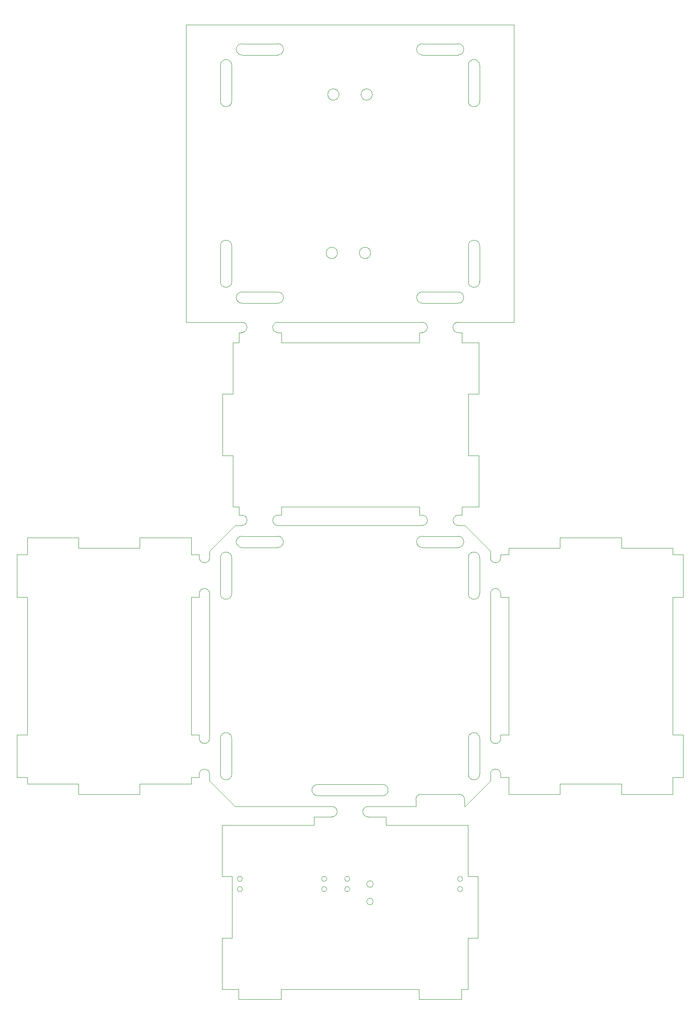
<source format=gm1>
G04 #@! TF.GenerationSoftware,KiCad,Pcbnew,(6.0.9)*
G04 #@! TF.CreationDate,2023-04-21T13:17:05-03:00*
G04 #@! TF.ProjectId,PANEL-COMPLETE,50414e45-4c2d-4434-9f4d-504c4554452e,Rev 3*
G04 #@! TF.SameCoordinates,Original*
G04 #@! TF.FileFunction,Profile,NP*
%FSLAX46Y46*%
G04 Gerber Fmt 4.6, Leading zero omitted, Abs format (unit mm)*
G04 Created by KiCad (PCBNEW (6.0.9)) date 2023-04-21 13:17:05*
%MOMM*%
%LPD*%
G01*
G04 APERTURE LIST*
G04 #@! TA.AperFunction,Profile*
%ADD10C,0.100000*%
G04 #@! TD*
G04 #@! TA.AperFunction,Profile*
%ADD11C,0.120000*%
G04 #@! TD*
G04 APERTURE END LIST*
D10*
X180898325Y-95539200D02*
G75*
G03*
X178698325Y-95539200I-1100000J0D01*
G01*
X226348275Y-203462925D02*
G75*
G03*
X225348325Y-202462925I-999975J25D01*
G01*
X226398325Y-150062725D02*
X225120772Y-150062725D01*
X180898325Y-191562725D02*
G75*
G03*
X178698325Y-191562725I-1100000J0D01*
G01*
X229298325Y-95539200D02*
X229298325Y-102539200D01*
X162975175Y-154462725D02*
X150975175Y-154462725D01*
X216848325Y-204862925D02*
X216848325Y-203462925D01*
X176598325Y-199862725D02*
X176598325Y-198578581D01*
X267008325Y-202462725D02*
X267008325Y-199212725D01*
X226998325Y-218462725D02*
X228998325Y-218462725D01*
X229109800Y-146452525D02*
X229109800Y-136452525D01*
X207498289Y-206862725D02*
X210998325Y-206862725D01*
X182248325Y-240462725D02*
X182248325Y-242462725D01*
X196998325Y-206862725D02*
X200498361Y-206862725D01*
X171998325Y-52439200D02*
X235998325Y-52439200D01*
X225098325Y-106739200D02*
X218098325Y-106739200D01*
X171998325Y-110439200D02*
X171998325Y-52439200D01*
X218095000Y-112452525D02*
X217559800Y-112452525D01*
X225998325Y-218962725D02*
G75*
G03*
X225998325Y-218962725I-500000J0D01*
G01*
X233408325Y-164012725D02*
X235008325Y-164012725D01*
X226398325Y-204862725D02*
X231398325Y-199862725D01*
X225098325Y-106739200D02*
G75*
G03*
X225098325Y-104539200I-25J1100000D01*
G01*
X267008325Y-155712725D02*
X267008325Y-154462725D01*
X233408325Y-199212725D02*
X235008325Y-199212725D01*
X226398325Y-204862725D02*
X226348325Y-204862925D01*
X233408325Y-155712725D02*
X235008325Y-155712725D01*
X197648325Y-200562675D02*
G75*
G03*
X197648325Y-202762725I-25J-1100025D01*
G01*
X227098325Y-191562725D02*
X227098325Y-198562725D01*
X227109800Y-124452525D02*
X229109800Y-124452525D01*
X231398325Y-156346583D02*
X231398325Y-155062725D01*
X182889500Y-148052525D02*
X182359800Y-148052525D01*
X174575175Y-199212725D02*
X172975175Y-199212725D01*
X228998325Y-218462725D02*
X228998325Y-230462725D01*
X180898325Y-60339200D02*
G75*
G03*
X178698325Y-60339200I-1100000J0D01*
G01*
X190659800Y-148052525D02*
X189906350Y-148052525D01*
X182890588Y-112452525D02*
X182359800Y-112452525D01*
X225061486Y-110439279D02*
G75*
G03*
X225163041Y-112452525I50814J-1006621D01*
G01*
X225098325Y-58339200D02*
G75*
G03*
X225098325Y-56139200I-25J1100000D01*
G01*
X190548325Y-240462725D02*
X190548325Y-242462725D01*
X225859800Y-148052525D02*
X225859800Y-146452525D01*
X229298325Y-156362725D02*
G75*
G03*
X227098325Y-156362725I-1100000J0D01*
G01*
X233408347Y-163388868D02*
G75*
G03*
X231398325Y-163363200I-1004847J25668D01*
G01*
X178698325Y-191562725D02*
X178698325Y-198562725D01*
X235008325Y-199212725D02*
X235008325Y-202462725D01*
X225113650Y-148052475D02*
G75*
G03*
X225120772Y-150062725I3550J-1005125D01*
G01*
X229298325Y-95539200D02*
G75*
G03*
X227098325Y-95539200I-1100000J0D01*
G01*
X140975175Y-190912725D02*
X138975175Y-190912725D01*
X233408325Y-191566800D02*
X233408325Y-190912725D01*
X140975175Y-164012725D02*
X140975175Y-190912725D01*
X150975175Y-200462725D02*
X150975175Y-202462725D01*
X231398325Y-199862725D02*
X231398325Y-198558650D01*
X267008325Y-154462725D02*
X257008325Y-154462725D01*
X182880552Y-110439200D02*
X171998325Y-110439200D01*
X176598325Y-163383882D02*
G75*
G03*
X174575175Y-163383882I-1011575J0D01*
G01*
X174575225Y-156341568D02*
G75*
G03*
X176598325Y-156331568I1011575J-32D01*
G01*
X196998325Y-206862725D02*
X196998325Y-208462725D01*
X162975175Y-202462725D02*
X162975175Y-200462725D01*
X227098325Y-67339200D02*
G75*
G03*
X229298325Y-67339200I1100000J0D01*
G01*
X182248325Y-240462725D02*
X178998325Y-240462725D01*
X267008325Y-155712725D02*
X269008325Y-155712725D01*
X182898325Y-104539200D02*
G75*
G03*
X182898325Y-106739200I-25J-1100000D01*
G01*
X174575175Y-190912725D02*
X172975175Y-190912725D01*
X162975175Y-200462725D02*
X172975175Y-200462725D01*
X190659800Y-146452525D02*
X217559800Y-146452525D01*
X229109800Y-114452525D02*
X225859800Y-114452525D01*
X229298325Y-163362725D02*
X229298325Y-156362725D01*
X218093900Y-150062725D02*
X189916350Y-150062725D01*
X178998325Y-208462725D02*
X196998325Y-208462725D01*
X178698325Y-163362725D02*
G75*
G03*
X180898325Y-163362725I1100000J0D01*
G01*
X172975175Y-200462725D02*
X172975175Y-199212725D01*
X210998325Y-206862725D02*
X210998325Y-208462725D01*
X203954000Y-220962725D02*
G75*
G03*
X203954000Y-220962725I-500000J0D01*
G01*
X269008325Y-199212725D02*
X269008325Y-190912725D01*
X218095000Y-112452600D02*
G75*
G03*
X218095000Y-110439200I0J1006700D01*
G01*
X203954000Y-218962725D02*
G75*
G03*
X203954000Y-218962725I-500000J0D01*
G01*
X174575175Y-190912725D02*
X174575175Y-191566764D01*
X182898325Y-154362725D02*
X189898325Y-154362725D01*
X179109800Y-124452525D02*
X179109800Y-136452525D01*
X140975175Y-199212725D02*
X138975175Y-199212725D01*
X231398325Y-191558650D02*
X231398325Y-163363200D01*
X218098325Y-56139200D02*
X225098325Y-56139200D01*
X189906350Y-148052474D02*
G75*
G03*
X189916350Y-150062725I4950J-1005126D01*
G01*
X229298325Y-198562725D02*
X229298325Y-191562725D01*
X179109800Y-136452525D02*
X181109800Y-136452525D01*
X180998325Y-218462725D02*
X178998325Y-218462725D01*
X235008325Y-164012725D02*
X235008325Y-190912725D01*
X180898325Y-95539200D02*
X180898325Y-102539200D01*
X235008325Y-202462725D02*
X245008325Y-202462725D01*
X180998325Y-218462725D02*
X180998325Y-230462725D01*
X226998325Y-240462725D02*
X225748325Y-240462725D01*
X172975175Y-152462725D02*
X162975175Y-152462725D01*
X225859800Y-146452525D02*
X229109800Y-146452525D01*
X225098325Y-58339200D02*
X218098325Y-58339200D01*
X267008325Y-190912725D02*
X267008325Y-164012725D01*
X210348325Y-202762675D02*
G75*
G03*
X210348325Y-200562725I-25J1099975D01*
G01*
X217559800Y-114452525D02*
X190659800Y-114452525D01*
X174575175Y-163383882D02*
X174575175Y-164012725D01*
X181598325Y-150062725D02*
X176598325Y-155062725D01*
X180898325Y-163362725D02*
X180898325Y-156362725D01*
X176598325Y-191535711D02*
X176598325Y-163383882D01*
X200498361Y-206862675D02*
G75*
G03*
X200498361Y-204862925I39J999875D01*
G01*
X190548325Y-242462725D02*
X182248325Y-242462725D01*
X225859800Y-114452525D02*
X225859800Y-112452525D01*
X229298325Y-60339200D02*
X229298325Y-67339200D01*
X199458200Y-218962725D02*
G75*
G03*
X199458200Y-218962725I-500000J0D01*
G01*
X225348325Y-202462925D02*
X217848325Y-202462925D01*
X178698325Y-67339200D02*
X178698325Y-60339200D01*
X225098325Y-154362675D02*
G75*
G03*
X225098325Y-152162725I-25J1099975D01*
G01*
X182998325Y-220962725D02*
G75*
G03*
X182998325Y-220962725I-500000J0D01*
G01*
X138975175Y-155712725D02*
X138975175Y-164012725D01*
X174575175Y-198558686D02*
X174575175Y-199212725D01*
X267008325Y-199212725D02*
X269008325Y-199212725D01*
X229298325Y-191562725D02*
G75*
G03*
X227098325Y-191562725I-1100000J0D01*
G01*
X218098325Y-56139200D02*
G75*
G03*
X218098325Y-58339200I-25J-1100000D01*
G01*
X229109800Y-124452525D02*
X229109800Y-114452525D01*
X181109800Y-124452525D02*
X179109800Y-124452525D01*
X217848325Y-202462925D02*
G75*
G03*
X216848325Y-203462925I-25J-999975D01*
G01*
X227098325Y-102539200D02*
X227098325Y-95539200D01*
X217448325Y-240462725D02*
X190548325Y-240462725D01*
X235998325Y-110439200D02*
X225061482Y-110439200D01*
X207498361Y-204862875D02*
G75*
G03*
X207498289Y-206862725I39J-999925D01*
G01*
X182359800Y-148052525D02*
X182359800Y-146452525D01*
X174575175Y-155712725D02*
X172975175Y-155712725D01*
X174575175Y-155712725D02*
X174575175Y-156341568D01*
X245008325Y-154462725D02*
X235008325Y-154462725D01*
X150975175Y-152462725D02*
X140975175Y-152462725D01*
X180898325Y-156362725D02*
G75*
G03*
X178698325Y-156362725I-1100000J0D01*
G01*
X197648325Y-202762725D02*
X210348325Y-202762725D01*
X233408325Y-190912725D02*
X235008325Y-190912725D01*
X199458200Y-220962725D02*
G75*
G03*
X199458200Y-220962725I-500000J0D01*
G01*
X189898325Y-154362675D02*
G75*
G03*
X189898325Y-152162725I-25J1099975D01*
G01*
X267008325Y-164012725D02*
X269008325Y-164012725D01*
X182890588Y-112452601D02*
G75*
G03*
X182880552Y-110439200I-4988J1006701D01*
G01*
X178698325Y-198562725D02*
G75*
G03*
X180898325Y-198562725I1100000J0D01*
G01*
X257008325Y-200462725D02*
X257008325Y-202462725D01*
X180898325Y-198562725D02*
X180898325Y-191562725D01*
X182998325Y-218962725D02*
G75*
G03*
X182998325Y-218962725I-500000J0D01*
G01*
X229109800Y-136452525D02*
X227109800Y-136452525D01*
X182889500Y-150062675D02*
G75*
G03*
X182889500Y-148052525I0J1005075D01*
G01*
X227098325Y-102539200D02*
G75*
G03*
X229298325Y-102539200I1100000J0D01*
G01*
X140975175Y-199212725D02*
X140975175Y-200462725D01*
X235008325Y-154462725D02*
X235008325Y-155712725D01*
X227098325Y-156362725D02*
X227098325Y-163362725D01*
X218098325Y-104539200D02*
X225098325Y-104539200D01*
X218093900Y-150062675D02*
G75*
G03*
X218093900Y-148052525I0J1005075D01*
G01*
X178998325Y-218462725D02*
X178998325Y-208462725D01*
X217559800Y-114452525D02*
X217559800Y-112452525D01*
X174575175Y-164012725D02*
X172975175Y-164012725D01*
X245008325Y-152462725D02*
X245008325Y-154462725D01*
X231398325Y-155062725D02*
X226398325Y-150062725D01*
X178698325Y-67339200D02*
G75*
G03*
X180898325Y-67339200I1100000J0D01*
G01*
X174575194Y-191566764D02*
G75*
G03*
X176598325Y-191535711I1011806J-136D01*
G01*
X183700000Y-204862925D02*
X181598325Y-204862725D01*
X210998325Y-208462725D02*
X226998325Y-208462725D01*
X182898325Y-152162675D02*
G75*
G03*
X182898325Y-154362725I-25J-1100025D01*
G01*
X226998325Y-208462725D02*
X226998325Y-218462725D01*
X269008325Y-164012725D02*
X269008325Y-155712725D01*
X182898325Y-56139200D02*
X189898325Y-56139200D01*
X189898325Y-152162725D02*
X182898325Y-152162725D01*
X245008325Y-202462725D02*
X245008325Y-200462725D01*
X189898325Y-58339200D02*
X182898325Y-58339200D01*
X217448325Y-240462725D02*
X217448325Y-242462725D01*
X235998325Y-52439200D02*
X235998325Y-110439200D01*
X172975175Y-190912725D02*
X172975175Y-164012725D01*
X225998325Y-220962725D02*
G75*
G03*
X225998325Y-220962725I-500000J0D01*
G01*
X182898325Y-56139200D02*
G75*
G03*
X182898325Y-58339200I-25J-1100000D01*
G01*
X182898325Y-104539200D02*
X189898325Y-104539200D01*
X216848325Y-204862925D02*
X207498361Y-204862925D01*
X267008325Y-190912725D02*
X269008325Y-190912725D01*
X189898325Y-106739200D02*
G75*
G03*
X189898325Y-104539200I-25J1100000D01*
G01*
X225098325Y-152162725D02*
X218098325Y-152162725D01*
X182359800Y-114452525D02*
X182359800Y-112452525D01*
X181109800Y-146452525D02*
X182359800Y-146452525D01*
X218093900Y-148052525D02*
X217559800Y-148052525D01*
X150975175Y-154462725D02*
X150975175Y-152462725D01*
X178698325Y-102539200D02*
X178698325Y-95539200D01*
X217559800Y-148052525D02*
X217559800Y-146452525D01*
X182359800Y-114452525D02*
X181109800Y-114452525D01*
X178698325Y-102539200D02*
G75*
G03*
X180898325Y-102539200I1100000J0D01*
G01*
X200498361Y-204862925D02*
X183700000Y-204862925D01*
X172975175Y-155712725D02*
X172975175Y-152462725D01*
X225748325Y-240462725D02*
X225748325Y-242462725D01*
X233408325Y-198558650D02*
G75*
G03*
X231398325Y-198558650I-1005000J0D01*
G01*
X227109800Y-136452525D02*
X227109800Y-124452525D01*
X190659800Y-148052525D02*
X190659800Y-146452525D01*
X189905238Y-110439274D02*
G75*
G03*
X189915238Y-112452525I4962J-1006626D01*
G01*
X229298325Y-60339200D02*
G75*
G03*
X227098325Y-60339200I-1100000J0D01*
G01*
X181109800Y-114452525D02*
X181109800Y-124452525D01*
X178998325Y-230462725D02*
X180998325Y-230462725D01*
X218095000Y-110439200D02*
X189905238Y-110439200D01*
X140975175Y-200462725D02*
X150975175Y-200462725D01*
X231398225Y-156346583D02*
G75*
G03*
X233408325Y-156336583I1005075J-17D01*
G01*
X178998325Y-240462725D02*
X178998325Y-230462725D01*
X245008325Y-200462725D02*
X257008325Y-200462725D01*
X231398389Y-191558651D02*
G75*
G03*
X233408325Y-191566800I1004911J-18149D01*
G01*
X189898325Y-106739200D02*
X182898325Y-106739200D01*
X225748325Y-242462725D02*
X217448325Y-242462725D01*
X140975175Y-164012725D02*
X138975175Y-164012725D01*
X233408325Y-199212725D02*
X233408325Y-198558650D01*
X218098325Y-104539200D02*
G75*
G03*
X218098325Y-106739200I-25J-1100000D01*
G01*
X225859800Y-112452525D02*
X225163041Y-112452525D01*
X182889500Y-150062725D02*
X181598325Y-150062725D01*
X227098325Y-163362725D02*
G75*
G03*
X229298325Y-163362725I1100000J0D01*
G01*
X176598325Y-156331568D02*
X176598325Y-155062725D01*
X257008325Y-152462725D02*
X245008325Y-152462725D01*
X189898325Y-58339200D02*
G75*
G03*
X189898325Y-56139200I-25J1100000D01*
G01*
X225859800Y-148052525D02*
X225113650Y-148052525D01*
X176598325Y-199862725D02*
X181598325Y-204862725D01*
X257008325Y-202462725D02*
X267008325Y-202462725D01*
X140975175Y-155712725D02*
X138975175Y-155712725D01*
X176598421Y-198578581D02*
G75*
G03*
X174575175Y-198558686I-1011721J-19D01*
G01*
X178698325Y-156362725D02*
X178698325Y-163362725D01*
X180898325Y-60339200D02*
X180898325Y-67339200D01*
X140975175Y-152462725D02*
X140975175Y-155712725D01*
X228998325Y-230462725D02*
X226998325Y-230462725D01*
X162975175Y-152462725D02*
X162975175Y-154462725D01*
X227098325Y-198562725D02*
G75*
G03*
X229298325Y-198562725I1100000J0D01*
G01*
X181109800Y-146452525D02*
X181109800Y-136452525D01*
X226348325Y-204862925D02*
X226348325Y-203462925D01*
X150975175Y-202462725D02*
X162975175Y-202462725D01*
X233408325Y-156336583D02*
X233408325Y-155712725D01*
X233408325Y-164012725D02*
X233408325Y-163388867D01*
X190659800Y-114452525D02*
X190659800Y-112452525D01*
X138975175Y-190912725D02*
X138975175Y-199212725D01*
X210348325Y-200562725D02*
X197648325Y-200562725D01*
X257008325Y-154462725D02*
X257008325Y-152462725D01*
X226998325Y-230462725D02*
X226998325Y-240462725D01*
X218098325Y-152162675D02*
G75*
G03*
X218098325Y-154362725I-25J-1100025D01*
G01*
X218098325Y-154362725D02*
X225098325Y-154362725D01*
X190659800Y-112452525D02*
X189915238Y-112452525D01*
X227098325Y-67339200D02*
X227098325Y-60339200D01*
D11*
X208348325Y-66044800D02*
G75*
G03*
X208348325Y-66044800I-1100000J0D01*
G01*
X201848325Y-66044800D02*
G75*
G03*
X201848325Y-66044800I-1100000J0D01*
G01*
X208538791Y-223378925D02*
G75*
G03*
X208538791Y-223378925I-650000J0D01*
G01*
X208538791Y-219978925D02*
G75*
G03*
X208538791Y-219978925I-650000J0D01*
G01*
X201537600Y-96935875D02*
G75*
G03*
X201537600Y-96935875I-1100000J0D01*
G01*
X208037600Y-96935875D02*
G75*
G03*
X208037600Y-96935875I-1100000J0D01*
G01*
M02*

</source>
